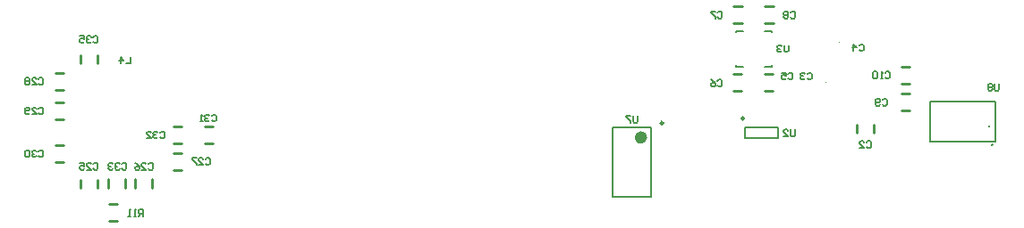
<source format=gbo>
G04*
G04 #@! TF.GenerationSoftware,Altium Limited,Altium Designer,21.0.9 (235)*
G04*
G04 Layer_Color=32896*
%FSLAX44Y44*%
%MOMM*%
G71*
G04*
G04 #@! TF.SameCoordinates,35DE941F-9A8C-42F3-B98C-DFFE3D48772F*
G04*
G04*
G04 #@! TF.FilePolarity,Positive*
G04*
G01*
G75*
%ADD10C,0.1000*%
%ADD11C,0.2500*%
%ADD12C,0.2540*%
%ADD13C,0.2000*%
%ADD14C,0.1270*%
%ADD127C,0.6000*%
D10*
X1323149Y699905D02*
G03*
X1323149Y699905I-500J0D01*
G01*
X1310621Y661621D02*
G03*
X1310621Y661621I-500J0D01*
G01*
X1222150Y677000D02*
G03*
X1222150Y677000I-500J0D01*
G01*
D11*
X1156750Y623293D02*
G03*
X1156750Y623293I-1250J0D01*
G01*
X1233250Y627750D02*
G03*
X1233250Y627750I-1250J0D01*
G01*
D12*
X1468100Y602500D02*
G03*
X1468100Y602500I-100J0D01*
G01*
X1465100Y620000D02*
G03*
X1465100Y620000I-100J0D01*
G01*
X621000Y679793D02*
Y687793D01*
X605000Y679793D02*
Y687793D01*
Y561500D02*
Y569500D01*
X621000Y561500D02*
Y569500D01*
X647000Y562000D02*
Y570000D01*
X631000Y562000D02*
Y570000D01*
X656543Y562000D02*
Y570000D01*
X672542Y562000D02*
Y570000D01*
X1382000Y661000D02*
X1390000D01*
X1382000Y677000D02*
X1390000D01*
X1340000Y614000D02*
Y622000D01*
X1356000Y614000D02*
Y622000D01*
X1382000Y651000D02*
X1390000D01*
X1382000Y635000D02*
X1390000D01*
X1252543Y669707D02*
X1260543Y669707D01*
X1252543Y653707D02*
X1260543D01*
X1223000Y653708D02*
X1231000Y653707D01*
X1223000Y669707D02*
X1231000D01*
X1253000Y734293D02*
X1261000D01*
X1253000Y718292D02*
X1261000Y718292D01*
X1223457D02*
X1231457Y718292D01*
X1223457Y734293D02*
X1231457D01*
X632000Y545957D02*
X640000D01*
X632000Y529958D02*
X640000D01*
X581000Y627000D02*
X589000D01*
X581000Y643000D02*
X589000Y643000D01*
X581000Y586000D02*
X589000D01*
X581000Y602000D02*
X589000D01*
X722543Y620000D02*
X730543D01*
X722543Y604000D02*
X730543D01*
X693000D02*
X701000D01*
X693000Y620000D02*
X701000D01*
X693000Y594458D02*
X701000D01*
X693000Y578457D02*
X701000D01*
X581000Y655000D02*
X589000D01*
X581000Y671000D02*
X589000D01*
D13*
X1145500Y553543D02*
Y619543D01*
X1108500Y553543D02*
Y619543D01*
X1145500D01*
X1108500Y553543D02*
X1145500Y553543D01*
X1234500Y609000D02*
Y619000D01*
X1265500Y609000D02*
Y619000D01*
X1234500D02*
X1265500D01*
X1234500Y609000D02*
X1265500D01*
X1225650Y677000D02*
Y678500D01*
Y709500D02*
X1225650Y711000D01*
X1259650Y677000D02*
Y678500D01*
Y709500D02*
Y711000D01*
X1225650Y677000D02*
X1232200Y677000D01*
X1253100Y677000D02*
X1259650Y677000D01*
X1225650Y711000D02*
X1232200D01*
X1253100D02*
X1259650D01*
X1457000Y644000D02*
X1471000D01*
X1409100Y636900D02*
Y644000D01*
Y606000D02*
Y636900D01*
X1471000Y606000D02*
Y644000D01*
X1409100D02*
X1457000D01*
X1409100Y606000D02*
X1471000D01*
D14*
X1474724Y660652D02*
Y655362D01*
X1473666Y654304D01*
X1471550D01*
X1470492Y655362D01*
Y660652D01*
X1468376Y659594D02*
X1467318Y660652D01*
X1465202D01*
X1464144Y659594D01*
Y658536D01*
X1465202Y657478D01*
X1464144Y656420D01*
Y655362D01*
X1465202Y654304D01*
X1467318D01*
X1468376Y655362D01*
Y656420D01*
X1467318Y657478D01*
X1468376Y658536D01*
Y659594D01*
X1467318Y657478D02*
X1465202D01*
X1132290Y630174D02*
Y624884D01*
X1131232Y623826D01*
X1129116D01*
X1128058Y624884D01*
Y630174D01*
X1125942D02*
X1121710D01*
Y629116D01*
X1125942Y624884D01*
Y623826D01*
X1275290Y697174D02*
Y691884D01*
X1274232Y690826D01*
X1272116D01*
X1271058Y691884D01*
Y697174D01*
X1268942Y696116D02*
X1267884Y697174D01*
X1265768D01*
X1264710Y696116D01*
Y695058D01*
X1265768Y694000D01*
X1266826D01*
X1265768D01*
X1264710Y692942D01*
Y691884D01*
X1265768Y690826D01*
X1267884D01*
X1268942Y691884D01*
X1281290Y617174D02*
Y611884D01*
X1280232Y610826D01*
X1278116D01*
X1277058Y611884D01*
Y617174D01*
X1270710Y610826D02*
X1274942D01*
X1270710Y615058D01*
Y616116D01*
X1271768Y617174D01*
X1273884D01*
X1274942Y616116D01*
X663877Y534826D02*
Y541174D01*
X660703D01*
X659645Y540116D01*
Y538000D01*
X660703Y536942D01*
X663877D01*
X661761D02*
X659645Y534826D01*
X657529D02*
X655413D01*
X656471D01*
Y541174D01*
X657529Y540116D01*
X652239Y534826D02*
X650123D01*
X651181D01*
Y541174D01*
X652239Y540116D01*
X652290Y686174D02*
Y679826D01*
X648058D01*
X642768D02*
Y686174D01*
X645942Y683000D01*
X641710D01*
X617232Y705116D02*
X618290Y706174D01*
X620406D01*
X621464Y705116D01*
Y700884D01*
X620406Y699826D01*
X618290D01*
X617232Y700884D01*
X615116Y705116D02*
X614058Y706174D01*
X611942D01*
X610884Y705116D01*
Y704058D01*
X611942Y703000D01*
X613000D01*
X611942D01*
X610884Y701942D01*
Y700884D01*
X611942Y699826D01*
X614058D01*
X615116Y700884D01*
X604536Y706174D02*
X608768D01*
Y703000D01*
X606652Y704058D01*
X605594D01*
X604536Y703000D01*
Y700884D01*
X605594Y699826D01*
X607710D01*
X608768Y700884D01*
X644232Y584116D02*
X645290Y585174D01*
X647406D01*
X648464Y584116D01*
Y579884D01*
X647406Y578826D01*
X645290D01*
X644232Y579884D01*
X642116Y584116D02*
X641058Y585174D01*
X638942D01*
X637884Y584116D01*
Y583058D01*
X638942Y582000D01*
X640000D01*
X638942D01*
X637884Y580942D01*
Y579884D01*
X638942Y578826D01*
X641058D01*
X642116Y579884D01*
X635768Y584116D02*
X634710Y585174D01*
X632594D01*
X631536Y584116D01*
Y583058D01*
X632594Y582000D01*
X633652D01*
X632594D01*
X631536Y580942D01*
Y579884D01*
X632594Y578826D01*
X634710D01*
X635768Y579884D01*
X680232Y614116D02*
X681290Y615174D01*
X683406D01*
X684464Y614116D01*
Y609884D01*
X683406Y608826D01*
X681290D01*
X680232Y609884D01*
X678116Y614116D02*
X677058Y615174D01*
X674942D01*
X673884Y614116D01*
Y613058D01*
X674942Y612000D01*
X676000D01*
X674942D01*
X673884Y610942D01*
Y609884D01*
X674942Y608826D01*
X677058D01*
X678116Y609884D01*
X667536Y608826D02*
X671768D01*
X667536Y613058D01*
Y614116D01*
X668594Y615174D01*
X670710D01*
X671768Y614116D01*
X729174Y630116D02*
X730232Y631174D01*
X732348D01*
X733406Y630116D01*
Y625884D01*
X732348Y624826D01*
X730232D01*
X729174Y625884D01*
X727058Y630116D02*
X726000Y631174D01*
X723884D01*
X722826Y630116D01*
Y629058D01*
X723884Y628000D01*
X724942D01*
X723884D01*
X722826Y626942D01*
Y625884D01*
X723884Y624826D01*
X726000D01*
X727058Y625884D01*
X720710Y624826D02*
X718594D01*
X719652D01*
Y631174D01*
X720710Y630116D01*
X565232Y596116D02*
X566290Y597174D01*
X568406D01*
X569464Y596116D01*
Y591884D01*
X568406Y590826D01*
X566290D01*
X565232Y591884D01*
X563116Y596116D02*
X562058Y597174D01*
X559942D01*
X558884Y596116D01*
Y595058D01*
X559942Y594000D01*
X561000D01*
X559942D01*
X558884Y592942D01*
Y591884D01*
X559942Y590826D01*
X562058D01*
X563116Y591884D01*
X556768Y596116D02*
X555710Y597174D01*
X553594D01*
X552536Y596116D01*
Y591884D01*
X553594Y590826D01*
X555710D01*
X556768Y591884D01*
Y596116D01*
X565232Y637116D02*
X566290Y638174D01*
X568406D01*
X569464Y637116D01*
Y632884D01*
X568406Y631826D01*
X566290D01*
X565232Y632884D01*
X558884Y631826D02*
X563116D01*
X558884Y636058D01*
Y637116D01*
X559942Y638174D01*
X562058D01*
X563116Y637116D01*
X556768Y632884D02*
X555710Y631826D01*
X553594D01*
X552536Y632884D01*
Y637116D01*
X553594Y638174D01*
X555710D01*
X556768Y637116D01*
Y636058D01*
X555710Y635000D01*
X552536D01*
X565232Y665116D02*
X566290Y666174D01*
X568406D01*
X569464Y665116D01*
Y660884D01*
X568406Y659826D01*
X566290D01*
X565232Y660884D01*
X558884Y659826D02*
X563116D01*
X558884Y664058D01*
Y665116D01*
X559942Y666174D01*
X562058D01*
X563116Y665116D01*
X556768D02*
X555710Y666174D01*
X553594D01*
X552536Y665116D01*
Y664058D01*
X553594Y663000D01*
X552536Y661942D01*
Y660884D01*
X553594Y659826D01*
X555710D01*
X556768Y660884D01*
Y661942D01*
X555710Y663000D01*
X556768Y664058D01*
Y665116D01*
X555710Y663000D02*
X553594D01*
X723232Y589116D02*
X724290Y590174D01*
X726406D01*
X727464Y589116D01*
Y584884D01*
X726406Y583826D01*
X724290D01*
X723232Y584884D01*
X716884Y583826D02*
X721116D01*
X716884Y588058D01*
Y589116D01*
X717942Y590174D01*
X720058D01*
X721116Y589116D01*
X714768Y590174D02*
X710536D01*
Y589116D01*
X714768Y584884D01*
Y583826D01*
X669232Y584116D02*
X670290Y585174D01*
X672406D01*
X673464Y584116D01*
Y579884D01*
X672406Y578826D01*
X670290D01*
X669232Y579884D01*
X662884Y578826D02*
X667116D01*
X662884Y583058D01*
Y584116D01*
X663942Y585174D01*
X666058D01*
X667116Y584116D01*
X656536Y585174D02*
X658652Y584116D01*
X660768Y582000D01*
Y579884D01*
X659710Y578826D01*
X657594D01*
X656536Y579884D01*
Y580942D01*
X657594Y582000D01*
X660768D01*
X617232Y584116D02*
X618290Y585174D01*
X620406D01*
X621464Y584116D01*
Y579884D01*
X620406Y578826D01*
X618290D01*
X617232Y579884D01*
X610884Y578826D02*
X615116D01*
X610884Y583058D01*
Y584116D01*
X611942Y585174D01*
X614058D01*
X615116Y584116D01*
X604536Y585174D02*
X608768D01*
Y582000D01*
X606652Y583058D01*
X605594D01*
X604536Y582000D01*
Y579884D01*
X605594Y578826D01*
X607710D01*
X608768Y579884D01*
X1366703Y671116D02*
X1367761Y672174D01*
X1369877D01*
X1370935Y671116D01*
Y666884D01*
X1369877Y665826D01*
X1367761D01*
X1366703Y666884D01*
X1364587Y665826D02*
X1362471D01*
X1363529D01*
Y672174D01*
X1364587Y671116D01*
X1359297D02*
X1358239Y672174D01*
X1356123D01*
X1355065Y671116D01*
Y666884D01*
X1356123Y665826D01*
X1358239D01*
X1359297Y666884D01*
Y671116D01*
X1364058Y645116D02*
X1365116Y646174D01*
X1367232D01*
X1368290Y645116D01*
Y640884D01*
X1367232Y639826D01*
X1365116D01*
X1364058Y640884D01*
X1361942D02*
X1360884Y639826D01*
X1358768D01*
X1357710Y640884D01*
Y645116D01*
X1358768Y646174D01*
X1360884D01*
X1361942Y645116D01*
Y644058D01*
X1360884Y643000D01*
X1357710D01*
X1277058Y728116D02*
X1278116Y729174D01*
X1280232D01*
X1281290Y728116D01*
Y723884D01*
X1280232Y722826D01*
X1278116D01*
X1277058Y723884D01*
X1274942Y728116D02*
X1273884Y729174D01*
X1271768D01*
X1270710Y728116D01*
Y727058D01*
X1271768Y726000D01*
X1270710Y724942D01*
Y723884D01*
X1271768Y722826D01*
X1273884D01*
X1274942Y723884D01*
Y724942D01*
X1273884Y726000D01*
X1274942Y727058D01*
Y728116D01*
X1273884Y726000D02*
X1271768D01*
X1208058Y728116D02*
X1209116Y729174D01*
X1211232D01*
X1212290Y728116D01*
Y723884D01*
X1211232Y722826D01*
X1209116D01*
X1208058Y723884D01*
X1205942Y729174D02*
X1201710D01*
Y728116D01*
X1205942Y723884D01*
Y722826D01*
X1208058Y663531D02*
X1209116Y664589D01*
X1211232D01*
X1212290Y663531D01*
Y659299D01*
X1211232Y658241D01*
X1209116D01*
X1208058Y659299D01*
X1201710Y664589D02*
X1203826Y663531D01*
X1205942Y661415D01*
Y659299D01*
X1204884Y658241D01*
X1202768D01*
X1201710Y659299D01*
Y660357D01*
X1202768Y661415D01*
X1205942D01*
X1275058Y670116D02*
X1276116Y671174D01*
X1278232D01*
X1279290Y670116D01*
Y665884D01*
X1278232Y664826D01*
X1276116D01*
X1275058Y665884D01*
X1268710Y671174D02*
X1272942D01*
Y668000D01*
X1270826Y669058D01*
X1269768D01*
X1268710Y668000D01*
Y665884D01*
X1269768Y664826D01*
X1271884D01*
X1272942Y665884D01*
X1342058Y697116D02*
X1343116Y698174D01*
X1345232D01*
X1346290Y697116D01*
Y692884D01*
X1345232Y691826D01*
X1343116D01*
X1342058Y692884D01*
X1336768Y691826D02*
Y698174D01*
X1339942Y695000D01*
X1335710D01*
X1293058Y670116D02*
X1294116Y671174D01*
X1296232D01*
X1297290Y670116D01*
Y665884D01*
X1296232Y664826D01*
X1294116D01*
X1293058Y665884D01*
X1290942Y670116D02*
X1289884Y671174D01*
X1287768D01*
X1286710Y670116D01*
Y669058D01*
X1287768Y668000D01*
X1288826D01*
X1287768D01*
X1286710Y666942D01*
Y665884D01*
X1287768Y664826D01*
X1289884D01*
X1290942Y665884D01*
X1349058Y605116D02*
X1350116Y606174D01*
X1352232D01*
X1353290Y605116D01*
Y600884D01*
X1352232Y599826D01*
X1350116D01*
X1349058Y600884D01*
X1342710Y599826D02*
X1346942D01*
X1342710Y604058D01*
Y605116D01*
X1343768Y606174D01*
X1345884D01*
X1346942Y605116D01*
D127*
X1138500Y609543D02*
G03*
X1138500Y609543I-3000J0D01*
G01*
M02*

</source>
